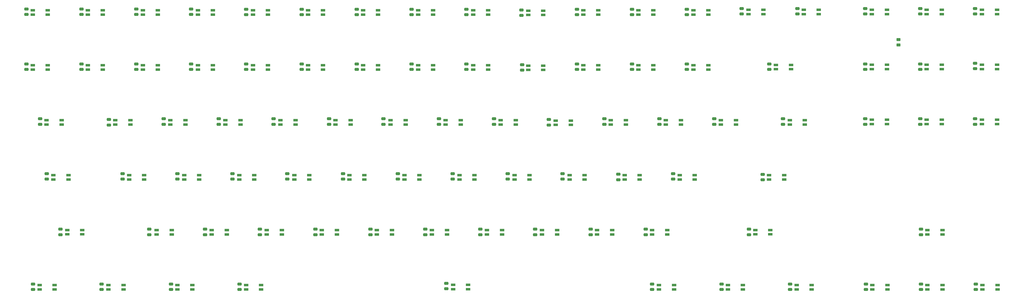
<source format=gbr>
%TF.GenerationSoftware,KiCad,Pcbnew,9.0.3-9.0.3-0~ubuntu24.04.1*%
%TF.CreationDate,2025-07-19T21:47:56-07:00*%
%TF.ProjectId,Keyboard,4b657962-6f61-4726-942e-6b696361645f,rev?*%
%TF.SameCoordinates,Original*%
%TF.FileFunction,Paste,Bot*%
%TF.FilePolarity,Positive*%
%FSLAX46Y46*%
G04 Gerber Fmt 4.6, Leading zero omitted, Abs format (unit mm)*
G04 Created by KiCad (PCBNEW 9.0.3-9.0.3-0~ubuntu24.04.1) date 2025-07-19 21:47:56*
%MOMM*%
%LPD*%
G01*
G04 APERTURE LIST*
G04 Aperture macros list*
%AMRoundRect*
0 Rectangle with rounded corners*
0 $1 Rounding radius*
0 $2 $3 $4 $5 $6 $7 $8 $9 X,Y pos of 4 corners*
0 Add a 4 corners polygon primitive as box body*
4,1,4,$2,$3,$4,$5,$6,$7,$8,$9,$2,$3,0*
0 Add four circle primitives for the rounded corners*
1,1,$1+$1,$2,$3*
1,1,$1+$1,$4,$5*
1,1,$1+$1,$6,$7*
1,1,$1+$1,$8,$9*
0 Add four rect primitives between the rounded corners*
20,1,$1+$1,$2,$3,$4,$5,0*
20,1,$1+$1,$4,$5,$6,$7,0*
20,1,$1+$1,$6,$7,$8,$9,0*
20,1,$1+$1,$8,$9,$2,$3,0*%
G04 Aperture macros list end*
%ADD10RoundRect,0.082000X0.718000X-0.328000X0.718000X0.328000X-0.718000X0.328000X-0.718000X-0.328000X0*%
%ADD11RoundRect,0.250000X0.475000X-0.250000X0.475000X0.250000X-0.475000X0.250000X-0.475000X-0.250000X0*%
%ADD12RoundRect,0.250000X0.450000X-0.262500X0.450000X0.262500X-0.450000X0.262500X-0.450000X-0.262500X0*%
G04 APERTURE END LIST*
D10*
%TO.C,D148*%
X192147500Y-79807500D03*
X192147500Y-78307500D03*
X186947500Y-78307500D03*
X186947500Y-79807500D03*
%TD*%
%TO.C,D144*%
X177860000Y-98857500D03*
X177860000Y-97357500D03*
X172660000Y-97357500D03*
X172660000Y-98857500D03*
%TD*%
%TO.C,D141*%
X163572500Y-41866250D03*
X163572500Y-40366250D03*
X158372500Y-40366250D03*
X158372500Y-41866250D03*
%TD*%
%TO.C,D157*%
X220722500Y-41707500D03*
X220722500Y-40207500D03*
X215522500Y-40207500D03*
X215522500Y-41707500D03*
%TD*%
%TO.C,D153*%
X201672500Y-60757500D03*
X201672500Y-59257500D03*
X196472500Y-59257500D03*
X196472500Y-60757500D03*
%TD*%
%TO.C,D117*%
X77847500Y-79807500D03*
X77847500Y-78307500D03*
X72647500Y-78307500D03*
X72647500Y-79807500D03*
%TD*%
%TO.C,D125*%
X106422500Y-41707500D03*
X106422500Y-40207500D03*
X101222500Y-40207500D03*
X101222500Y-41707500D03*
%TD*%
%TO.C,D96*%
X-5496250Y-136957500D03*
X-5496250Y-135457500D03*
X-10696250Y-135457500D03*
X-10696250Y-136957500D03*
%TD*%
%TO.C,D110*%
X49272500Y-60757500D03*
X49272500Y-59257500D03*
X44072500Y-59257500D03*
X44072500Y-60757500D03*
%TD*%
%TO.C,D165*%
X254060000Y-79807500D03*
X254060000Y-78307500D03*
X248860000Y-78307500D03*
X248860000Y-79807500D03*
%TD*%
%TO.C,D104*%
X30222500Y-60757500D03*
X30222500Y-59257500D03*
X25022500Y-59257500D03*
X25022500Y-60757500D03*
%TD*%
%TO.C,D93*%
X-3115000Y-79807500D03*
X-3115000Y-78307500D03*
X-8315000Y-78307500D03*
X-8315000Y-79807500D03*
%TD*%
%TO.C,D169*%
X282468125Y-79648750D03*
X282468125Y-78148750D03*
X277268125Y-78148750D03*
X277268125Y-79648750D03*
%TD*%
%TO.C,D130*%
X137562500Y-136902500D03*
X137562500Y-135402500D03*
X132362500Y-135402500D03*
X132362500Y-136902500D03*
%TD*%
%TO.C,D174*%
X301685000Y-117907500D03*
X301685000Y-116407500D03*
X296485000Y-116407500D03*
X296485000Y-117907500D03*
%TD*%
%TO.C,D179*%
X320735000Y-136957500D03*
X320735000Y-135457500D03*
X315535000Y-135457500D03*
X315535000Y-136957500D03*
%TD*%
%TO.C,D167*%
X282468125Y-41548750D03*
X282468125Y-40048750D03*
X277268125Y-40048750D03*
X277268125Y-41548750D03*
%TD*%
%TO.C,D90*%
X-7877500Y-60757500D03*
X-7877500Y-59257500D03*
X-13077500Y-59257500D03*
X-13077500Y-60757500D03*
%TD*%
%TO.C,D120*%
X87372500Y-41707500D03*
X87372500Y-40207500D03*
X82172500Y-40207500D03*
X82172500Y-41707500D03*
%TD*%
%TO.C,D121*%
X87372500Y-60757500D03*
X87372500Y-59257500D03*
X82172500Y-59257500D03*
X82172500Y-60757500D03*
%TD*%
%TO.C,D101*%
X34985000Y-117907500D03*
X34985000Y-116407500D03*
X29785000Y-116407500D03*
X29785000Y-117907500D03*
%TD*%
%TO.C,D119*%
X92135000Y-117907500D03*
X92135000Y-116407500D03*
X86935000Y-116407500D03*
X86935000Y-117907500D03*
%TD*%
%TO.C,D170*%
X282635000Y-136957500D03*
X282635000Y-135457500D03*
X277435000Y-135457500D03*
X277435000Y-136957500D03*
%TD*%
%TO.C,D151*%
X208816250Y-136957500D03*
X208816250Y-135457500D03*
X203616250Y-135457500D03*
X203616250Y-136957500D03*
%TD*%
%TO.C,D94*%
X-733750Y-98857500D03*
X-733750Y-97357500D03*
X-5933750Y-97357500D03*
X-5933750Y-98857500D03*
%TD*%
%TO.C,D164*%
X249291250Y-60652500D03*
X249291250Y-59152500D03*
X244091250Y-59152500D03*
X244091250Y-60652500D03*
%TD*%
%TO.C,D176*%
X320568125Y-41548750D03*
X320568125Y-40048750D03*
X315368125Y-40048750D03*
X315368125Y-41548750D03*
%TD*%
%TO.C,D163*%
X239772500Y-41548750D03*
X239772500Y-40048750D03*
X234572500Y-40048750D03*
X234572500Y-41548750D03*
%TD*%
%TO.C,D132*%
X125472500Y-60757500D03*
X125472500Y-59257500D03*
X120272500Y-59257500D03*
X120272500Y-60757500D03*
%TD*%
%TO.C,D118*%
X82610000Y-98857500D03*
X82610000Y-97357500D03*
X77410000Y-97357500D03*
X77410000Y-98857500D03*
%TD*%
%TO.C,D159*%
X230247500Y-79807500D03*
X230247500Y-78307500D03*
X225047500Y-78307500D03*
X225047500Y-79807500D03*
%TD*%
%TO.C,D116*%
X68322500Y-60757500D03*
X68322500Y-59257500D03*
X63122500Y-59257500D03*
X63122500Y-60757500D03*
%TD*%
%TO.C,D175*%
X301685000Y-136957500D03*
X301685000Y-135457500D03*
X296485000Y-135457500D03*
X296485000Y-136957500D03*
%TD*%
%TO.C,D137*%
X144522500Y-60757500D03*
X144522500Y-59257500D03*
X139322500Y-59257500D03*
X139322500Y-60757500D03*
%TD*%
%TO.C,D172*%
X301446875Y-60598750D03*
X301446875Y-59098750D03*
X296246875Y-59098750D03*
X296246875Y-60598750D03*
%TD*%
%TO.C,D97*%
X11172500Y-41707528D03*
X11172500Y-40207528D03*
X5972500Y-40207528D03*
X5972500Y-41707528D03*
%TD*%
%TO.C,D99*%
X20697500Y-79807500D03*
X20697500Y-78307500D03*
X15497500Y-78307500D03*
X15497500Y-79807500D03*
%TD*%
%TO.C,D109*%
X49272500Y-41707500D03*
X49272500Y-40207500D03*
X44072500Y-40207500D03*
X44072500Y-41707500D03*
%TD*%
%TO.C,D140*%
X168335000Y-117907500D03*
X168335000Y-116407500D03*
X163135000Y-116407500D03*
X163135000Y-117907500D03*
%TD*%
%TO.C,D103*%
X30222500Y-41707500D03*
X30222500Y-40207500D03*
X25022500Y-40207500D03*
X25022500Y-41707500D03*
%TD*%
%TO.C,D160*%
X246916250Y-98902500D03*
X246916250Y-97402500D03*
X241716250Y-97402500D03*
X241716250Y-98902500D03*
%TD*%
%TO.C,D154*%
X211197500Y-79807500D03*
X211197500Y-78307500D03*
X205997500Y-78307500D03*
X205997500Y-79807500D03*
%TD*%
%TO.C,D171*%
X301446875Y-41548750D03*
X301446875Y-40048750D03*
X296246875Y-40048750D03*
X296246875Y-41548750D03*
%TD*%
%TO.C,D168*%
X282468125Y-60598750D03*
X282468125Y-59098750D03*
X277268125Y-59098750D03*
X277268125Y-60598750D03*
%TD*%
%TO.C,D138*%
X154047500Y-79807500D03*
X154047500Y-78307500D03*
X148847500Y-78307500D03*
X148847500Y-79807500D03*
%TD*%
%TO.C,D155*%
X215960000Y-98857500D03*
X215960000Y-97357500D03*
X210760000Y-97357500D03*
X210760000Y-98857500D03*
%TD*%
%TO.C,D105*%
X39747500Y-79807500D03*
X39747500Y-78307500D03*
X34547500Y-78307500D03*
X34547500Y-79807500D03*
%TD*%
%TO.C,D112*%
X63560000Y-98857500D03*
X63560000Y-97357500D03*
X58360000Y-97357500D03*
X58360000Y-98857500D03*
%TD*%
%TO.C,D127*%
X115947500Y-79807500D03*
X115947500Y-78307500D03*
X110747500Y-78307500D03*
X110747500Y-79807500D03*
%TD*%
%TO.C,D135*%
X149285000Y-117907500D03*
X149285000Y-116407500D03*
X144085000Y-116407500D03*
X144085000Y-117907500D03*
%TD*%
%TO.C,D131*%
X125472500Y-41707500D03*
X125472500Y-40207500D03*
X120272500Y-40207500D03*
X120272500Y-41707500D03*
%TD*%
%TO.C,D133*%
X134997500Y-79807500D03*
X134997500Y-78307500D03*
X129797500Y-78307500D03*
X129797500Y-79807500D03*
%TD*%
%TO.C,D126*%
X106422500Y-60757500D03*
X106422500Y-59257500D03*
X101222500Y-59257500D03*
X101222500Y-60757500D03*
%TD*%
%TO.C,D95*%
X4062500Y-117902500D03*
X4062500Y-116402500D03*
X-1137500Y-116402500D03*
X-1137500Y-117902500D03*
%TD*%
%TO.C,D156*%
X232628750Y-136957500D03*
X232628750Y-135457500D03*
X227428750Y-135457500D03*
X227428750Y-136957500D03*
%TD*%
%TO.C,D177*%
X320568125Y-60598750D03*
X320568125Y-59098750D03*
X315368125Y-59098750D03*
X315368125Y-60598750D03*
%TD*%
%TO.C,D92*%
X-7877500Y-41707500D03*
X-7877500Y-40207500D03*
X-13077500Y-40207500D03*
X-13077500Y-41707500D03*
%TD*%
%TO.C,D123*%
X101660000Y-98857500D03*
X101660000Y-97357500D03*
X96460000Y-97357500D03*
X96460000Y-98857500D03*
%TD*%
%TO.C,D161*%
X242153750Y-117902500D03*
X242153750Y-116402500D03*
X236953750Y-116402500D03*
X236953750Y-117902500D03*
%TD*%
%TO.C,D152*%
X201672500Y-41707500D03*
X201672500Y-40207500D03*
X196472500Y-40207500D03*
X196472500Y-41707500D03*
%TD*%
%TO.C,D100*%
X25460000Y-98857500D03*
X25460000Y-97357500D03*
X20260000Y-97357500D03*
X20260000Y-98857500D03*
%TD*%
%TO.C,D124*%
X111185000Y-117907500D03*
X111185000Y-116407500D03*
X105985000Y-116407500D03*
X105985000Y-117907500D03*
%TD*%
%TO.C,D98*%
X11172500Y-60757500D03*
X11172500Y-59257500D03*
X5972500Y-59257500D03*
X5972500Y-60757500D03*
%TD*%
%TO.C,D147*%
X182622500Y-60757500D03*
X182622500Y-59257500D03*
X177422500Y-59257500D03*
X177422500Y-60757500D03*
%TD*%
%TO.C,D102*%
X18316250Y-136957500D03*
X18316250Y-135457500D03*
X13116250Y-135457500D03*
X13116250Y-136957500D03*
%TD*%
%TO.C,D129*%
X130235000Y-117907500D03*
X130235000Y-116407500D03*
X125035000Y-116407500D03*
X125035000Y-117907500D03*
%TD*%
%TO.C,D146*%
X182622500Y-41707500D03*
X182622500Y-40207500D03*
X177422500Y-40207500D03*
X177422500Y-41707500D03*
%TD*%
%TO.C,D139*%
X158810000Y-98857500D03*
X158810000Y-97357500D03*
X153610000Y-97357500D03*
X153610000Y-98857500D03*
%TD*%
%TO.C,D113*%
X73085000Y-117907500D03*
X73085000Y-116407500D03*
X67885000Y-116407500D03*
X67885000Y-117907500D03*
%TD*%
%TO.C,D115*%
X68322500Y-41707500D03*
X68322500Y-40207500D03*
X63122500Y-40207500D03*
X63122500Y-41707500D03*
%TD*%
%TO.C,D108*%
X42128750Y-136957500D03*
X42128750Y-135457500D03*
X36928750Y-135457500D03*
X36928750Y-136957500D03*
%TD*%
%TO.C,D145*%
X187385000Y-117907500D03*
X187385000Y-116407500D03*
X182185000Y-116407500D03*
X182185000Y-117907500D03*
%TD*%
%TO.C,D106*%
X44510000Y-98857500D03*
X44510000Y-97357500D03*
X39310000Y-97357500D03*
X39310000Y-98857500D03*
%TD*%
%TO.C,D149*%
X196910000Y-98857500D03*
X196910000Y-97357500D03*
X191710000Y-97357500D03*
X191710000Y-98857500D03*
%TD*%
%TO.C,D162*%
X256441250Y-136957500D03*
X256441250Y-135457500D03*
X251241250Y-135457500D03*
X251241250Y-136957500D03*
%TD*%
%TO.C,D143*%
X173097500Y-79966250D03*
X173097500Y-78466250D03*
X167897500Y-78466250D03*
X167897500Y-79966250D03*
%TD*%
%TO.C,D142*%
X163572500Y-60916250D03*
X163572500Y-59416250D03*
X158372500Y-59416250D03*
X158372500Y-60916250D03*
%TD*%
%TO.C,D128*%
X120710000Y-98857500D03*
X120710000Y-97357500D03*
X115510000Y-97357500D03*
X115510000Y-98857500D03*
%TD*%
%TO.C,D107*%
X54035000Y-117907500D03*
X54035000Y-116407500D03*
X48835000Y-116407500D03*
X48835000Y-117907500D03*
%TD*%
%TO.C,D166*%
X258881816Y-41548750D03*
X258881816Y-40048750D03*
X253681816Y-40048750D03*
X253681816Y-41548750D03*
%TD*%
%TO.C,D178*%
X320568125Y-79648750D03*
X320568125Y-78148750D03*
X315368125Y-78148750D03*
X315368125Y-79648750D03*
%TD*%
%TO.C,D111*%
X58797500Y-79807500D03*
X58797500Y-78307500D03*
X53597500Y-78307500D03*
X53597500Y-79807500D03*
%TD*%
%TO.C,D173*%
X301446875Y-79648750D03*
X301446875Y-78148750D03*
X296246875Y-78148750D03*
X296246875Y-79648750D03*
%TD*%
%TO.C,D122*%
X96897500Y-79807500D03*
X96897500Y-78307500D03*
X91697500Y-78307500D03*
X91697500Y-79807500D03*
%TD*%
%TO.C,D136*%
X144522500Y-41707500D03*
X144522500Y-40207500D03*
X139322500Y-40207500D03*
X139322500Y-41707500D03*
%TD*%
%TO.C,D134*%
X139760000Y-98857500D03*
X139760000Y-97357500D03*
X134560000Y-97357500D03*
X134560000Y-98857500D03*
%TD*%
%TO.C,D150*%
X206435000Y-117907500D03*
X206435000Y-116407500D03*
X201235000Y-116407500D03*
X201235000Y-117907500D03*
%TD*%
%TO.C,D158*%
X220722500Y-60757500D03*
X220722500Y-59257500D03*
X215522500Y-59257500D03*
X215522500Y-60757500D03*
%TD*%
%TO.C,D114*%
X65941250Y-136957500D03*
X65941250Y-135457500D03*
X60741250Y-135457500D03*
X60741250Y-136957500D03*
%TD*%
D11*
%TO.C,C59*%
X170250000Y-98750000D03*
X170250000Y-96850000D03*
%TD*%
%TO.C,C42*%
X313000000Y-79750000D03*
X313000000Y-77850000D03*
%TD*%
D12*
%TO.C,R1*%
X286500000Y-52250000D03*
X286500000Y-50425000D03*
%TD*%
D11*
%TO.C,C19*%
X60750000Y-60750000D03*
X60750000Y-58850000D03*
%TD*%
%TO.C,C56*%
X239500000Y-99000000D03*
X239500000Y-97100000D03*
%TD*%
%TO.C,C7*%
X194250000Y-41750000D03*
X194250000Y-39850000D03*
%TD*%
%TO.C,C36*%
X241750000Y-60750000D03*
X241750000Y-58850000D03*
%TD*%
%TO.C,C49*%
X165500000Y-80000000D03*
X165500000Y-78100000D03*
%TD*%
%TO.C,C50*%
X146500000Y-79750000D03*
X146500000Y-77850000D03*
%TD*%
%TO.C,C83*%
X130000000Y-136750000D03*
X130000000Y-134850000D03*
%TD*%
%TO.C,C64*%
X75000000Y-98750000D03*
X75000000Y-96850000D03*
%TD*%
%TO.C,C27*%
X60750000Y-41750000D03*
X60750000Y-39850000D03*
%TD*%
%TO.C,C61*%
X132250000Y-98750000D03*
X132250000Y-96850000D03*
%TD*%
%TO.C,C2*%
X294000000Y-41500000D03*
X294000000Y-39600000D03*
%TD*%
%TO.C,C87*%
X275250000Y-137000000D03*
X275250000Y-135100000D03*
%TD*%
%TO.C,C32*%
X-10500000Y-79750000D03*
X-10500000Y-77850000D03*
%TD*%
%TO.C,C18*%
X80000000Y-60750000D03*
X80000000Y-58850000D03*
%TD*%
%TO.C,C21*%
X22750000Y-60750000D03*
X22750000Y-58850000D03*
%TD*%
%TO.C,C28*%
X70250000Y-79750000D03*
X70250000Y-77850000D03*
%TD*%
%TO.C,C23*%
X-15250000Y-60750000D03*
X-15250000Y-58850000D03*
%TD*%
%TO.C,C78*%
X46500000Y-118000000D03*
X46500000Y-116100000D03*
%TD*%
%TO.C,C1*%
X-15250000Y-41700000D03*
X-15250000Y-39800000D03*
%TD*%
%TO.C,C68*%
X294250000Y-118000000D03*
X294250000Y-116100000D03*
%TD*%
%TO.C,C84*%
X201250000Y-137000000D03*
X201250000Y-135100000D03*
%TD*%
%TO.C,C44*%
X275000000Y-79750000D03*
X275000000Y-77850000D03*
%TD*%
%TO.C,C85*%
X225250000Y-137000000D03*
X225250000Y-135100000D03*
%TD*%
%TO.C,C55*%
X-3500000Y-118000000D03*
X-3500000Y-116100000D03*
%TD*%
%TO.C,C89*%
X313250000Y-137000000D03*
X313250000Y-135100000D03*
%TD*%
%TO.C,C81*%
X34750000Y-137000000D03*
X34750000Y-135100000D03*
%TD*%
%TO.C,C10*%
X137000000Y-41750000D03*
X137000000Y-39850000D03*
%TD*%
%TO.C,C45*%
X246500000Y-79750000D03*
X246500000Y-77850000D03*
%TD*%
%TO.C,C31*%
X13250000Y-80000000D03*
X13250000Y-78100000D03*
%TD*%
%TO.C,C43*%
X294000000Y-79750000D03*
X294000000Y-77850000D03*
%TD*%
%TO.C,C88*%
X294250000Y-137000000D03*
X294250000Y-135100000D03*
%TD*%
%TO.C,C47*%
X203750000Y-79750000D03*
X203750000Y-77850000D03*
%TD*%
%TO.C,C86*%
X249000000Y-137000000D03*
X249000000Y-135100000D03*
%TD*%
%TO.C,C66*%
X37000000Y-98750000D03*
X37000000Y-96850000D03*
%TD*%
%TO.C,C39*%
X175250000Y-60750000D03*
X175250000Y-58850000D03*
%TD*%
%TO.C,C3*%
X275000000Y-41500000D03*
X275000000Y-39600000D03*
%TD*%
%TO.C,C54*%
X18000000Y-98750000D03*
X18000000Y-96850000D03*
%TD*%
%TO.C,C35*%
X275000000Y-60750000D03*
X275000000Y-58850000D03*
%TD*%
%TO.C,C37*%
X213250000Y-60750000D03*
X213250000Y-58850000D03*
%TD*%
%TO.C,C62*%
X113250000Y-98750000D03*
X113250000Y-96850000D03*
%TD*%
%TO.C,C9*%
X156000000Y-42000000D03*
X156000000Y-40100000D03*
%TD*%
%TO.C,C38*%
X194250000Y-60750000D03*
X194250000Y-58850000D03*
%TD*%
%TO.C,C41*%
X-8250000Y-98750000D03*
X-8250000Y-96850000D03*
%TD*%
%TO.C,C75*%
X103750000Y-118000000D03*
X103750000Y-116100000D03*
%TD*%
%TO.C,C5*%
X232250000Y-41500000D03*
X232250000Y-39600000D03*
%TD*%
%TO.C,C79*%
X27250000Y-118000000D03*
X27250000Y-116100000D03*
%TD*%
%TO.C,C12*%
X41750000Y-41700000D03*
X41750000Y-39800000D03*
%TD*%
%TO.C,C82*%
X58500000Y-137000000D03*
X58500000Y-135100000D03*
%TD*%
%TO.C,C24*%
X313000000Y-41500000D03*
X313000000Y-39600000D03*
%TD*%
%TO.C,C11*%
X118000000Y-41750000D03*
X118000000Y-39850000D03*
%TD*%
%TO.C,C52*%
X108250000Y-79750000D03*
X108250000Y-77850000D03*
%TD*%
%TO.C,C25*%
X99000000Y-41750000D03*
X99000000Y-39850000D03*
%TD*%
%TO.C,C17*%
X99000000Y-60750000D03*
X99000000Y-58850000D03*
%TD*%
%TO.C,C65*%
X56000000Y-98750000D03*
X56000000Y-96850000D03*
%TD*%
%TO.C,C48*%
X184750000Y-79750000D03*
X184750000Y-77850000D03*
%TD*%
%TO.C,C33*%
X313000000Y-60500000D03*
X313000000Y-58600000D03*
%TD*%
%TO.C,C51*%
X127500000Y-79750000D03*
X127500000Y-77850000D03*
%TD*%
%TO.C,C63*%
X94250000Y-98750000D03*
X94250000Y-96850000D03*
%TD*%
%TO.C,C60*%
X151250000Y-98750000D03*
X151250000Y-96850000D03*
%TD*%
%TO.C,C26*%
X80000000Y-41750000D03*
X80000000Y-39850000D03*
%TD*%
%TO.C,C13*%
X22750000Y-41700000D03*
X22750000Y-39800000D03*
%TD*%
%TO.C,C20*%
X41750000Y-60750000D03*
X41750000Y-58850000D03*
%TD*%
%TO.C,C4*%
X251500000Y-41500000D03*
X251500000Y-39600000D03*
%TD*%
%TO.C,C67*%
X-13000000Y-137000000D03*
X-13000000Y-135100000D03*
%TD*%
%TO.C,C14*%
X3750000Y-41700000D03*
X3750000Y-39800000D03*
%TD*%
%TO.C,C53*%
X89500000Y-79750000D03*
X89500000Y-77850000D03*
%TD*%
%TO.C,C70*%
X199000000Y-118000000D03*
X199000000Y-116100000D03*
%TD*%
%TO.C,C29*%
X51250000Y-79750000D03*
X51250000Y-77850000D03*
%TD*%
%TO.C,C71*%
X180000000Y-118000000D03*
X180000000Y-116100000D03*
%TD*%
%TO.C,C72*%
X160750000Y-118000000D03*
X160750000Y-116100000D03*
%TD*%
%TO.C,C22*%
X3750000Y-60750000D03*
X3750000Y-58850000D03*
%TD*%
%TO.C,C46*%
X222750000Y-79750000D03*
X222750000Y-77850000D03*
%TD*%
%TO.C,C58*%
X189500000Y-98950000D03*
X189500000Y-97050000D03*
%TD*%
%TO.C,C40*%
X137000000Y-60750000D03*
X137000000Y-58850000D03*
%TD*%
%TO.C,C8*%
X175250000Y-41750000D03*
X175250000Y-39850000D03*
%TD*%
%TO.C,C69*%
X234750000Y-118000000D03*
X234750000Y-116100000D03*
%TD*%
%TO.C,C34*%
X294000000Y-60750000D03*
X294000000Y-58850000D03*
%TD*%
%TO.C,C6*%
X213250000Y-41750000D03*
X213250000Y-39850000D03*
%TD*%
%TO.C,C77*%
X65500000Y-118000000D03*
X65500000Y-116100000D03*
%TD*%
%TO.C,C16*%
X118000000Y-60750000D03*
X118000000Y-58850000D03*
%TD*%
%TO.C,C74*%
X122750000Y-118000000D03*
X122750000Y-116100000D03*
%TD*%
%TO.C,C76*%
X84750000Y-118000000D03*
X84750000Y-116100000D03*
%TD*%
%TO.C,C15*%
X156250000Y-61000000D03*
X156250000Y-59100000D03*
%TD*%
%TO.C,C80*%
X10750000Y-137000000D03*
X10750000Y-135100000D03*
%TD*%
%TO.C,C30*%
X32250000Y-79750000D03*
X32250000Y-77850000D03*
%TD*%
%TO.C,C73*%
X141750000Y-118000000D03*
X141750000Y-116100000D03*
%TD*%
%TO.C,C57*%
X208500000Y-98750000D03*
X208500000Y-96850000D03*
%TD*%
M02*

</source>
